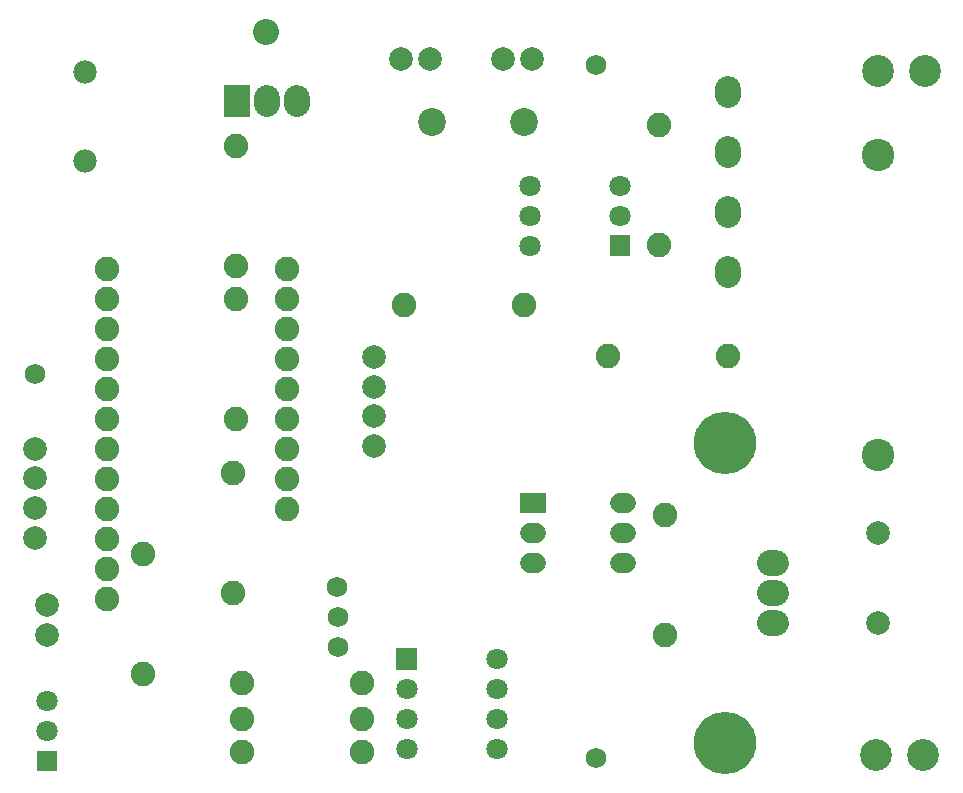
<source format=gts>
G04 Layer: TopSolderMaskLayer*
G04 EasyEDA v6.4.0, 2020-08-15T23:10:14+05:30*
G04 5cc65f200d574341adaaee413559fcb0,ac1a8ddbb09a48189df0a8a7e8d705f5,10*
G04 Gerber Generator version 0.2*
G04 Scale: 100 percent, Rotated: No, Reflected: No *
G04 Dimensions in inches *
G04 leading zeros omitted , absolute positions ,2 integer and 4 decimal *
%FSLAX24Y24*%
%MOIN*%
G90*
G70D02*

%ADD44C,0.086740*%
%ADD45C,0.088000*%
%ADD46C,0.067055*%
%ADD47C,0.068000*%
%ADD49C,0.106425*%
%ADD50C,0.078866*%
%ADD51C,0.082000*%
%ADD52C,0.078000*%
%ADD53C,0.093000*%
%ADD55C,0.208000*%
%ADD56C,0.108000*%
%ADD58C,0.070992*%
%ADD60C,0.071000*%
%ADD61R,0.070992X0.070992*%

%LPD*%
G54D44*
G01X11050Y23698D02*
G01X11050Y23501D01*
G01X10050Y23698D02*
G01X10050Y23501D01*
G54D45*
G01X26800Y7200D02*
G01X27000Y7200D01*
G01X26800Y8200D02*
G01X27000Y8200D01*
G01X26800Y6200D02*
G01X27000Y6200D01*
G54D46*
G01X18801Y9200D02*
G01X18998Y9200D01*
G01X18801Y8200D02*
G01X18998Y8200D01*
G01X21801Y10200D02*
G01X21998Y10200D01*
G01X21801Y9200D02*
G01X21998Y9200D01*
G01X21801Y8200D02*
G01X21998Y8200D01*
G54D44*
G01X25400Y21801D02*
G01X25400Y21998D01*
G01X25400Y23801D02*
G01X25400Y23998D01*
G01X25400Y19801D02*
G01X25400Y19998D01*
G01X25400Y17801D02*
G01X25400Y17998D01*
G54D47*
G01X21000Y24800D03*
G01X21000Y1700D03*
G01X2300Y14500D03*
G36*
G01X8615Y23067D02*
G01X8615Y24132D01*
G01X9484Y24132D01*
G01X9484Y23067D01*
G01X8615Y23067D01*
G37*
G54D49*
G01X30340Y1800D03*
G01X31900Y1794D03*
G54D50*
G01X17900Y25000D03*
G01X18885Y25000D03*
G01X14500Y25000D03*
G01X15485Y25000D03*
G54D47*
G01X12400Y6400D03*
G01X12400Y5400D03*
G01X12360Y7407D03*
G54D50*
G01X13600Y12100D03*
G01X13600Y13084D03*
G01X13600Y14069D03*
G01X13600Y15053D03*
G54D51*
G01X8900Y11200D03*
G01X8900Y7200D03*
G01X9000Y17000D03*
G01X9000Y13000D03*
G01X9200Y3000D03*
G01X13200Y3000D03*
G54D52*
G01X3988Y21588D03*
G01X3988Y24580D03*
G54D51*
G01X14600Y16800D03*
G01X18600Y16800D03*
G01X23300Y9800D03*
G01X23300Y5800D03*
G01X9000Y18100D03*
G01X9000Y22100D03*
G01X23100Y18800D03*
G01X23100Y22800D03*
G01X21400Y15100D03*
G01X25400Y15100D03*
G54D53*
G01X18600Y22900D03*
G01X15550Y22900D03*
G54D50*
G01X30400Y9196D03*
G01X30400Y6203D03*
G36*
G01X18465Y9865D02*
G01X18465Y10534D01*
G01X19334Y10534D01*
G01X19334Y9865D01*
G01X18465Y9865D01*
G37*
G54D51*
G01X5900Y4500D03*
G01X5900Y8500D03*
G54D55*
G01X25300Y2200D03*
G01X25300Y12200D03*
G54D44*
G01X10000Y25901D03*
G54D49*
G01X31959Y24600D03*
G01X30400Y24605D03*
G54D56*
G01X30400Y11800D03*
G01X30400Y21800D03*
G36*
G01X21464Y18425D02*
G01X21464Y19134D01*
G01X22135Y19134D01*
G01X22135Y18425D01*
G01X21464Y18425D01*
G37*
G54D58*
G01X21800Y19780D03*
G01X21800Y20780D03*
G01X18800Y18780D03*
G01X18800Y20780D03*
G01X18800Y19780D03*
G54D50*
G01X2300Y12000D03*
G01X2300Y11015D03*
G01X2300Y10030D03*
G01X2300Y9046D03*
G54D51*
G01X10700Y10000D03*
G01X10700Y11000D03*
G01X10700Y12000D03*
G01X10700Y13000D03*
G01X10700Y14000D03*
G01X10700Y15000D03*
G01X10700Y16000D03*
G01X10700Y17000D03*
G01X10700Y18000D03*
G01X4700Y18000D03*
G01X4700Y17000D03*
G01X4700Y16000D03*
G01X4700Y15000D03*
G01X4700Y14000D03*
G01X4700Y13000D03*
G01X4700Y12000D03*
G01X4700Y11000D03*
G01X4700Y10000D03*
G01X4700Y9000D03*
G01X4700Y8000D03*
G01X4700Y7000D03*
G36*
G01X14344Y4644D02*
G01X14344Y5355D01*
G01X15055Y5355D01*
G01X15055Y4644D01*
G01X14344Y4644D01*
G37*
G54D60*
G01X14700Y4000D03*
G01X14700Y3000D03*
G01X14700Y2000D03*
G01X17700Y2000D03*
G01X17700Y3000D03*
G01X17700Y4000D03*
G01X17700Y5000D03*
G54D51*
G01X13200Y1900D03*
G01X9200Y1900D03*
G01X13200Y4200D03*
G01X9200Y4200D03*
G54D61*
G01X2696Y1600D03*
G54D58*
G01X2697Y2600D03*
G01X2697Y3600D03*
G54D50*
G01X2700Y5800D03*
G01X2700Y6784D03*
M00*
M02*

</source>
